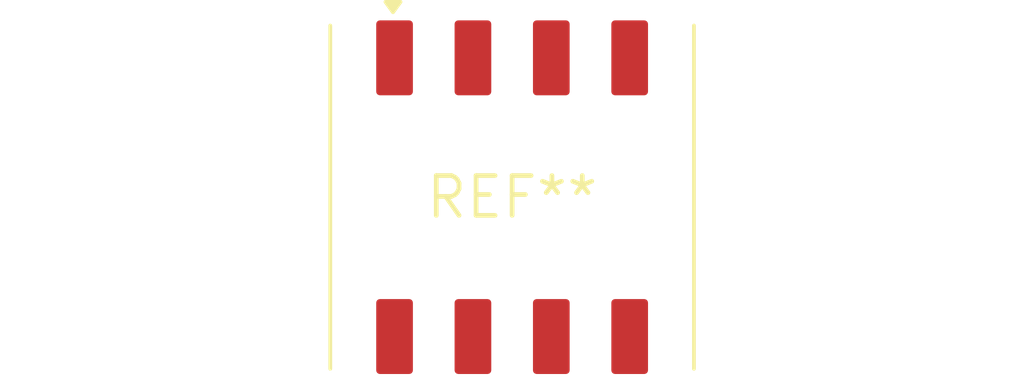
<source format=kicad_pcb>
(kicad_pcb (version 20240108) (generator pcbnew)
  (layers (0 "F.Cu" signal) (31 "B.Cu" signal) (34 "B.Paste" user) (35 "F.Paste" user) (36 "B.SilkS" user "B.Silkscreen") (37 "F.SilkS" user "F.Silkscreen") (38 "B.Mask" user) (39 "F.Mask" user) (44 "Edge.Cuts" user))
  (net 0 "")
  (footprint "Transformer_Wurth_WE-AGDT-EP7" (layer "F.Cu") (at 0 0)
    (property "Reference" "REF**")
    (property "Value" "Transformer_Wurth_WE-AGDT-EP7")
    (fp_line (start -5.8 -5.475) (end -5.8 5.475) (layer "F.SilkS") (stroke (width 0.12)))
    (fp_line (start 5.8 5.475) (end 5.8 -5.475) (layer "F.SilkS") (stroke (width 0.12)))
    (fp_poly (pts (xy -3.8 -5.9) (xy -4.04 -6.23) (xy -3.56 -6.23) (xy -3.8 -5.9)) (layer "F.SilkS") (stroke (width 0.12)) (fill solid))
    (pad "1" smd roundrect (at -3.75 -4.445) (size 1.17 2.39) (layers "F.Cu" "F.Paste" "F.Mask") (roundrect_rratio 0.1))
    (pad "2" smd roundrect (at -1.25 -4.445) (size 1.17 2.39) (layers "F.Cu" "F.Paste" "F.Mask") (roundrect_rratio 0.1))
    (pad "3" smd roundrect (at 1.25 -4.445) (size 1.17 2.39) (layers "F.Cu" "F.Paste" "F.Mask") (roundrect_rratio 0.1))
    (pad "4" smd roundrect (at 3.75 -4.445) (size 1.17 2.39) (layers "F.Cu" "F.Paste" "F.Mask") (roundrect_rratio 0.1))
    (pad "5" smd roundrect (at 3.75 4.445) (size 1.17 2.39) (layers "F.Cu" "F.Paste" "F.Mask") (roundrect_rratio 0.1))
    (pad "6" smd roundrect (at 1.25 4.445) (size 1.17 2.39) (layers "F.Cu" "F.Paste" "F.Mask") (roundrect_rratio 0.1))
    (pad "7" smd roundrect (at -1.25 4.445) (size 1.17 2.39) (layers "F.Cu" "F.Paste" "F.Mask") (roundrect_rratio 0.1))
    (pad "8" smd roundrect (at -3.75 4.445) (size 1.17 2.39) (layers "F.Cu" "F.Paste" "F.Mask") (roundrect_rratio 0.1))
  )
)
</source>
